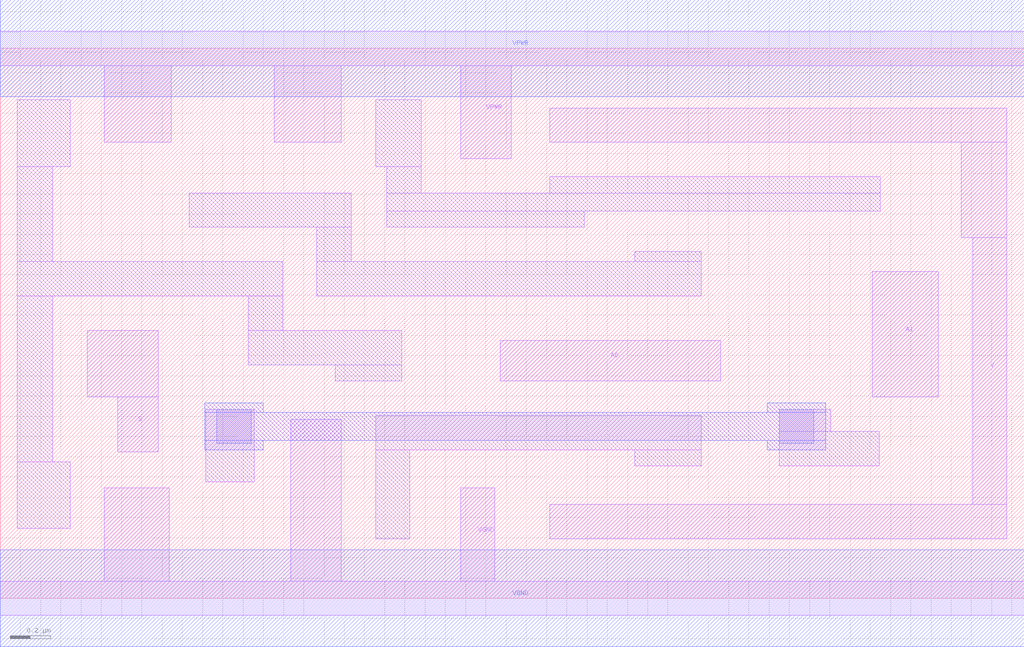
<source format=lef>
# Copyright 2020 The SkyWater PDK Authors
#
# Licensed under the Apache License, Version 2.0 (the "License");
# you may not use this file except in compliance with the License.
# You may obtain a copy of the License at
#
#     https://www.apache.org/licenses/LICENSE-2.0
#
# Unless required by applicable law or agreed to in writing, software
# distributed under the License is distributed on an "AS IS" BASIS,
# WITHOUT WARRANTIES OR CONDITIONS OF ANY KIND, either express or implied.
# See the License for the specific language governing permissions and
# limitations under the License.
#
# SPDX-License-Identifier: Apache-2.0

VERSION 5.5 ;
NAMESCASESENSITIVE ON ;
BUSBITCHARS "[]" ;
DIVIDERCHAR "/" ;
MACRO sky130_fd_sc_hd__mux2i_2
  CLASS CORE ;
  SOURCE USER ;
  ORIGIN  0.000000  0.000000 ;
  SIZE  5.060000 BY  2.720000 ;
  SYMMETRY X Y R90 ;
  SITE unithd ;
  PIN A0
    ANTENNAGATEAREA  0.495000 ;
    DIRECTION INPUT ;
    USE SIGNAL ;
    PORT
      LAYER li1 ;
        RECT 2.470000 1.075000 3.560000 1.275000 ;
    END
  END A0
  PIN A1
    ANTENNAGATEAREA  0.495000 ;
    DIRECTION INPUT ;
    USE SIGNAL ;
    PORT
      LAYER li1 ;
        RECT 4.310000 0.995000 4.635000 1.615000 ;
    END
  END A1
  PIN S
    ANTENNAGATEAREA  0.742500 ;
    DIRECTION INPUT ;
    USE SIGNAL ;
    PORT
      LAYER li1 ;
        RECT 0.430000 0.995000 0.780000 1.325000 ;
        RECT 0.580000 0.725000 0.780000 0.995000 ;
    END
  END S
  PIN Y
    ANTENNADIFFAREA  1.691250 ;
    DIRECTION OUTPUT ;
    USE SIGNAL ;
    PORT
      LAYER li1 ;
        RECT 2.715000 0.295000 4.975000 0.465000 ;
        RECT 2.715000 2.255000 4.975000 2.425000 ;
        RECT 4.750000 1.785000 4.975000 2.255000 ;
        RECT 4.805000 0.465000 4.975000 1.785000 ;
    END
  END Y
  PIN VGND
    DIRECTION INOUT ;
    SHAPE ABUTMENT ;
    USE GROUND ;
    PORT
      LAYER li1 ;
        RECT 0.000000 -0.085000 5.060000 0.085000 ;
        RECT 0.515000  0.085000 0.835000 0.545000 ;
        RECT 1.435000  0.085000 1.685000 0.885000 ;
        RECT 2.275000  0.085000 2.445000 0.545000 ;
    END
    PORT
      LAYER met1 ;
        RECT 0.000000 -0.240000 5.060000 0.240000 ;
    END
  END VGND
  PIN VPWR
    DIRECTION INOUT ;
    SHAPE ABUTMENT ;
    USE POWER ;
    PORT
      LAYER li1 ;
        RECT 0.000000 2.635000 5.060000 2.805000 ;
        RECT 0.515000 2.255000 0.845000 2.635000 ;
        RECT 1.355000 2.255000 1.685000 2.635000 ;
        RECT 2.275000 2.175000 2.525000 2.635000 ;
    END
    PORT
      LAYER met1 ;
        RECT 0.000000 2.480000 5.060000 2.960000 ;
    END
  END VPWR
  OBS
    LAYER li1 ;
      RECT 0.085000 0.345000 0.345000 0.675000 ;
      RECT 0.085000 0.675000 0.260000 1.495000 ;
      RECT 0.085000 1.495000 1.395000 1.665000 ;
      RECT 0.085000 1.665000 0.260000 2.135000 ;
      RECT 0.085000 2.135000 0.345000 2.465000 ;
      RECT 0.935000 1.835000 1.735000 2.005000 ;
      RECT 1.015000 0.575000 1.255000 0.935000 ;
      RECT 1.225000 1.155000 1.985000 1.325000 ;
      RECT 1.225000 1.325000 1.395000 1.495000 ;
      RECT 1.565000 1.495000 3.465000 1.665000 ;
      RECT 1.565000 1.665000 1.735000 1.835000 ;
      RECT 1.655000 1.075000 1.985000 1.155000 ;
      RECT 1.855000 0.295000 2.025000 0.735000 ;
      RECT 1.855000 0.735000 3.465000 0.905000 ;
      RECT 1.855000 2.135000 2.080000 2.465000 ;
      RECT 1.910000 1.835000 2.885000 1.915000 ;
      RECT 1.910000 1.915000 4.350000 2.005000 ;
      RECT 1.910000 2.005000 2.080000 2.135000 ;
      RECT 2.715000 2.005000 4.350000 2.085000 ;
      RECT 3.135000 0.655000 3.465000 0.735000 ;
      RECT 3.135000 1.665000 3.465000 1.715000 ;
      RECT 3.850000 0.655000 4.345000 0.825000 ;
      RECT 3.850000 0.825000 4.105000 0.935000 ;
    LAYER mcon ;
      RECT 1.070000 0.765000 1.240000 0.935000 ;
      RECT 3.850000 0.765000 4.020000 0.935000 ;
    LAYER met1 ;
      RECT 1.010000 0.735000 1.300000 0.780000 ;
      RECT 1.010000 0.780000 4.080000 0.920000 ;
      RECT 1.010000 0.920000 1.300000 0.965000 ;
      RECT 3.790000 0.735000 4.080000 0.780000 ;
      RECT 3.790000 0.920000 4.080000 0.965000 ;
  END
END sky130_fd_sc_hd__mux2i_2
END LIBRARY

</source>
